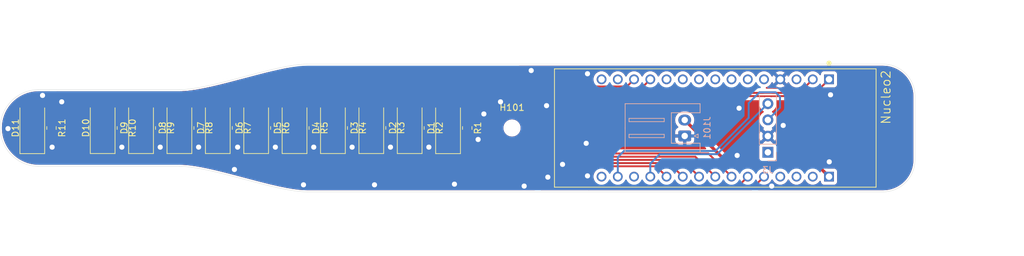
<source format=kicad_pcb>
(kicad_pcb (version 20241229) (generator "pcbnew") (generator_version "9.0")
  (layers (0 "F.Cu" signal) (2 "B.Cu" signal) (13 "F.Paste" user) (15 "B.Paste" user) (5 "F.SilkS" user "F.Silkscreen") (7 "B.SilkS" user "B.Silkscreen") (1 "F.Mask" user) (3 "B.Mask" user) (25 "Edge.Cuts" user))
  (net 0 "")
  (net 1 "Net-(D1-A)")
  (net 2 "GND")
  (net 3 "Net-(D2-A)")
  (net 4 "Net-(D3-A)")
  (net 5 "Net-(D4-A)")
  (net 6 "Net-(D5-A)")
  (net 7 "Net-(D6-A)")
  (net 8 "Net-(D7-A)")
  (net 9 "Net-(D8-A)")
  (net 10 "Net-(D9-A)")
  (net 11 "Net-(D10-A)")
  (net 12 "Net-(D11-A)")
  (net 13 "LED 1")
  (net 14 "LED 2")
  (net 15 "LED 3")
  (net 16 "LED 4")
  (net 17 "LED 5")
  (net 18 "LED 6")
  (net 19 "LED 7")
  (net 20 "LED 8")
  (net 21 "LED 9")
  (net 22 "LED 10")
  (net 23 "LED 11")
  (net 25 "DO")
  (net 26 "Alim Hall")
  (net 41 "+7.5V")
  (footprint "LED_SMD:LED_2512_6332Metric_Pad1.52x3.35mm_HandSolder" (layer "F.Cu") (at 114 69.9875 90)
    (property "Reference" "D2" (at 0 -2.63 90) (layer "F.SilkS"))
    (property "Value" "LED")
    (pad "1" smd roundrect (at -2.9875 0 90) (size 1.525 3.35) (layers "F.Cu" "F.Mask" "F.Paste") (roundrect_rratio 0.163934) (net 2 "GND"))
    (pad "2" smd roundrect (at 2.9875 0 90) (size 1.525 3.35) (layers "F.Cu" "F.Mask" "F.Paste") (roundrect_rratio 0.163934) (net 3 "Net-(D2-A)"))
  )
  (footprint "LED_SMD:LED_2512_6332Metric_Pad1.52x3.35mm_HandSolder" (layer "F.Cu") (at 102 69.9875 90)
    (property "Reference" "D4" (at 0 -2.63 90) (layer "F.SilkS"))
    (property "Value" "LED")
    (pad "1" smd roundrect (at -2.9875 0 90) (size 1.525 3.35) (layers "F.Cu" "F.Mask" "F.Paste") (roundrect_rratio 0.163934) (net 2 "GND"))
    (pad "2" smd roundrect (at 2.9875 0 90) (size 1.525 3.35) (layers "F.Cu" "F.Mask" "F.Paste") (roundrect_rratio 0.163934) (net 5 "Net-(D4-A)"))
  )
  (footprint "LED_SMD:LED_2512_6332Metric_Pad1.52x3.35mm_HandSolder" (layer "F.Cu") (at 66 69.9875 90)
    (property "Reference" "D10" (at 0 -2.63 90) (layer "F.SilkS"))
    (property "Value" "LED")
    (pad "1" smd roundrect (at -2.9875 0 90) (size 1.525 3.35) (layers "F.Cu" "F.Mask" "F.Paste") (roundrect_rratio 0.163934) (net 2 "GND"))
    (pad "2" smd roundrect (at 2.9875 0 90) (size 1.525 3.35) (layers "F.Cu" "F.Mask" "F.Paste") (roundrect_rratio 0.163934) (net 11 "Net-(D10-A)"))
  )
  (footprint "LED_SMD:LED_2512_6332Metric_Pad1.52x3.35mm_HandSolder" (layer "F.Cu") (at 84 69.9875 90)
    (property "Reference" "D7" (at 0 -2.63 90) (layer "F.SilkS"))
    (property "Value" "LED")
    (pad "1" smd roundrect (at -2.9875 0 90) (size 1.525 3.35) (layers "F.Cu" "F.Mask" "F.Paste") (roundrect_rratio 0.163934) (net 2 "GND"))
    (pad "2" smd roundrect (at 2.9875 0 90) (size 1.525 3.35) (layers "F.Cu" "F.Mask" "F.Paste") (roundrect_rratio 0.163934) (net 8 "Net-(D7-A)"))
  )
  (footprint "LED_SMD:LED_2512_6332Metric_Pad1.52x3.35mm_HandSolder" (layer "F.Cu") (at 78 69.9875 90)
    (property "Reference" "D8" (at 0 -2.63 90) (layer "F.SilkS"))
    (property "Value" "LED")
    (pad "1" smd roundrect (at -2.9875 0 90) (size 1.525 3.35) (layers "F.Cu" "F.Mask" "F.Paste") (roundrect_rratio 0.163934) (net 2 "GND"))
    (pad "2" smd roundrect (at 2.9875 0 90) (size 1.525 3.35) (layers "F.Cu" "F.Mask" "F.Paste") (roundrect_rratio 0.163934) (net 9 "Net-(D8-A)"))
  )
  (footprint "LED_SMD:LED_2512_6332Metric_Pad1.52x3.35mm_HandSolder" (layer "F.Cu") (at 120 70 90)
    (property "Reference" "D1" (at 0 -2.63 90) (layer "F.SilkS"))
    (property "Value" "LED")
    (pad "1" smd roundrect (at -2.9875 0 90) (size 1.525 3.35) (layers "F.Cu" "F.Mask" "F.Paste") (roundrect_rratio 0.163934) (net 2 "GND"))
    (pad "2" smd roundrect (at 2.9875 0 90) (size 1.525 3.35) (layers "F.Cu" "F.Mask" "F.Paste") (roundrect_rratio 0.163934) (net 1 "Net-(D1-A)"))
  )
  (footprint "Resistor_SMD:R_0805_2012Metric_Pad1.20x1.40mm_HandSolder" (layer "F.Cu") (at 69 70 -90)
    (property "Reference" "R10" (at 0 -1.65 90) (layer "F.SilkS"))
    (property "Value" "220")
    (pad "1" smd roundrect (at -1 0 270) (size 1.2 1.4) (layers "F.Cu" "F.Mask" "F.Paste") (roundrect_rratio 0.208333) (net 22 "LED 10"))
    (pad "2" smd roundrect (at 1 0 270) (size 1.2 1.4) (layers "F.Cu" "F.Mask" "F.Paste") (roundrect_rratio 0.208333) (net 11 "Net-(D10-A)"))
  )
  (footprint "LED_SMD:LED_2512_6332Metric_Pad1.52x3.35mm_HandSolder" (layer "F.Cu") (at 108 69.9875 90)
    (property "Reference" "D3" (at 0 -2.63 90) (layer "F.SilkS"))
    (property "Value" "LED")
    (pad "1" smd roundrect (at -2.9875 0 90) (size 1.525 3.35) (layers "F.Cu" "F.Mask" "F.Paste") (roundrect_rratio 0.163934) (net 2 "GND"))
    (pad "2" smd roundrect (at 2.9875 0 90) (size 1.525 3.35) (layers "F.Cu" "F.Mask" "F.Paste") (roundrect_rratio 0.163934) (net 4 "Net-(D3-A)"))
  )
  (footprint "Resistor_SMD:R_0805_2012Metric_Pad1.20x1.40mm_HandSolder" (layer "F.Cu") (at 99 70 -90)
    (property "Reference" "R5" (at 0 -1.65 90) (layer "F.SilkS"))
    (property "Value" "220")
    (pad "1" smd roundrect (at -1 0 270) (size 1.2 1.4) (layers "F.Cu" "F.Mask" "F.Paste") (roundrect_rratio 0.208333) (net 17 "LED 5"))
    (pad "2" smd roundrect (at 1 0 270) (size 1.2 1.4) (layers "F.Cu" "F.Mask" "F.Paste") (roundrect_rratio 0.208333) (net 6 "Net-(D5-A)"))
  )
  (footprint "Resistor_SMD:R_0805_2012Metric_Pad1.20x1.40mm_HandSolder" (layer "F.Cu") (at 93 70 -90)
    (property "Reference" "R6" (at 0 -1.65 90) (layer "F.SilkS"))
    (property "Value" "220")
    (pad "1" smd roundrect (at -1 0 270) (size 1.2 1.4) (layers "F.Cu" "F.Mask" "F.Paste") (roundrect_rratio 0.208333) (net 18 "LED 6"))
    (pad "2" smd roundrect (at 1 0 270) (size 1.2 1.4) (layers "F.Cu" "F.Mask" "F.Paste") (roundrect_rratio 0.208333) (net 7 "Net-(D6-A)"))
  )
  (footprint "Resistor_SMD:R_0805_2012Metric_Pad1.20x1.40mm_HandSolder" (layer "F.Cu") (at 123 70 -90)
    (property "Reference" "R1" (at 0 -1.65 90) (layer "F.SilkS"))
    (property "Value" "220")
    (pad "1" smd roundrect (at -1 0 270) (size 1.2 1.4) (layers "F.Cu" "F.Mask" "F.Paste") (roundrect_rratio 0.208333) (net 13 "LED 1"))
    (pad "2" smd roundrect (at 1 0 270) (size 1.2 1.4) (layers "F.Cu" "F.Mask" "F.Paste") (roundrect_rratio 0.208333) (net 1 "Net-(D1-A)"))
  )
  (footprint "Resistor_SMD:R_0805_2012Metric_Pad1.20x1.40mm_HandSolder" (layer "F.Cu") (at 58 70 -90)
    (property "Reference" "R11" (at 0 -1.65 90) (layer "F.SilkS"))
    (property "Value" "220")
    (pad "1" smd roundrect (at -1 0 270) (size 1.2 1.4) (layers "F.Cu" "F.Mask" "F.Paste") (roundrect_rratio 0.208333) (net 23 "LED 11"))
    (pad "2" smd roundrect (at 1 0 270) (size 1.2 1.4) (layers "F.Cu" "F.Mask" "F.Paste") (roundrect_rratio 0.208333) (net 12 "Net-(D11-A)"))
  )
  (footprint "Resistor_SMD:R_0805_2012Metric_Pad1.20x1.40mm_HandSolder" (layer "F.Cu") (at 105 70 -90)
    (property "Reference" "R4" (at 0 -1.65 90) (layer "F.SilkS"))
    (property "Value" "220")
    (pad "1" smd roundrect (at -1 0 270) (size 1.2 1.4) (layers "F.Cu" "F.Mask" "F.Paste") (roundrect_rratio 0.208333) (net 16 "LED 4"))
    (pad "2" smd roundrect (at 1 0 270) (size 1.2 1.4) (layers "F.Cu" "F.Mask" "F.Paste") (roundrect_rratio 0.208333) (net 5 "Net-(D4-A)"))
  )
  (footprint "Resistor_SMD:R_0805_2012Metric_Pad1.20x1.40mm_HandSolder" (layer "F.Cu") (at 75 70 -90)
    (property "Reference" "R9" (at 0 -1.65 90) (layer "F.SilkS"))
    (property "Value" "220")
    (pad "1" smd roundrect (at -1 0 270) (size 1.2 1.4) (layers "F.Cu" "F.Mask" "F.Paste") (roundrect_rratio 0.208333) (net 21 "LED 9"))
    (pad "2" smd roundrect (at 1 0 270) (size 1.2 1.4) (layers "F.Cu" "F.Mask" "F.Paste") (roundrect_rratio 0.208333) (net 10 "Net-(D9-A)"))
  )
  (footprint "MountingHole:MountingHole_2.2mm_M2" (layer "F.Cu") (at 130 70)
    (property "Reference" "H101" (at 0 -3.2 0) (layer "F.SilkS"))
    (property "Value" "MountingHole")
    (pad "" np_thru_hole circle (at 0 0) (size 2.2 2.2) (drill 2.2) (layers "*.Cu" "*.Mask"))
  )
  (footprint "Resistor_SMD:R_0805_2012Metric_Pad1.20x1.40mm_HandSolder" (layer "F.Cu") (at 111 69.9875 -90)
    (property "Reference" "R3" (at 0 -1.65 90) (layer "F.SilkS"))
    (property "Value" "220")
    (pad "1" smd roundrect (at -1 0 270) (size 1.2 1.4) (layers "F.Cu" "F.Mask" "F.Paste") (roundrect_rratio 0.208333) (net 15 "LED 3"))
    (pad "2" smd roundrect (at 1 0 270) (size 1.2 1.4) (layers "F.Cu" "F.Mask" "F.Paste") (roundrect_rratio 0.208333) (net 4 "Net-(D3-A)"))
  )
  (footprint "LED_SMD:LED_2512_6332Metric_Pad1.52x3.35mm_HandSolder" (layer "F.Cu") (at 72 69.9875 90)
    (property "Reference" "D9" (at 0 -2.63 90) (layer "F.SilkS"))
    (property "Value" "LED")
    (pad "1" smd roundrect (at -2.9875 0 90) (size 1.525 3.35) (layers "F.Cu" "F.Mask" "F.Paste") (roundrect_rratio 0.163934) (net 2 "GND"))
    (pad "2" smd roundrect (at 2.9875 0 90) (size 1.525 3.35) (layers "F.Cu" "F.Mask" "F.Paste") (roundrect_rratio 0.163934) (net 10 "Net-(D9-A)"))
  )
  (footprint "LED_SMD:LED_2512_6332Metric_Pad1.52x3.35mm_HandSolder" (layer "F.Cu") (at 55 70 90)
    (property "Reference" "D11" (at 0 -2.63 90) (layer "F.SilkS"))
    (property "Value" "LED")
    (pad "1" smd roundrect (at -2.9875 0 90) (size 1.525 3.35) (layers "F.Cu" "F.Mask" "F.Paste") (roundrect_rratio 0.163934) (net 2 "GND"))
    (pad "2" smd roundrect (at 2.9875 0 90) (size 1.525 3.35) (layers "F.Cu" "F.Mask" "F.Paste") (roundrect_rratio 0.163934) (net 12 "Net-(D11-A)"))
  )
  (footprint "Resistor_SMD:R_0805_2012Metric_Pad1.20x1.40mm_HandSolder" (layer "F.Cu") (at 117 70 -90)
    (property "Reference" "R2" (at 0 -1.65 90) (layer "F.SilkS"))
    (property "Value" "220")
    (pad "1" smd roundrect (at -1 0 270) (size 1.2 1.4) (layers "F.Cu" "F.Mask" "F.Paste") (roundrect_rratio 0.208333) (net 14 "LED 2"))
    (pad "2" smd roundrect (at 1 0 270) (size 1.2 1.4) (layers "F.Cu" "F.Mask" "F.Paste") (roundrect_rratio 0.208333) (net 3 "Net-(D2-A)"))
  )
  (footprint "LED_SMD:LED_2512_6332Metric_Pad1.52x3.35mm_HandSolder" (layer "F.Cu") (at 90 69.9875 90)
    (property "Reference" "D6" (at 0 -2.63 90) (layer "F.SilkS"))
    (property "Value" "LED")
    (pad "1" smd roundrect (at -2.9875 0 90) (size 1.525 3.35) (layers "F.Cu" "F.Mask" "F.Paste") (roundrect_rratio 0.163934) (net 2 "GND"))
    (pad "2" smd roundrect (at 2.9875 0 90) (size 1.525 3.35) (layers "F.Cu" "F.Mask" "F.Paste") (roundrect_rratio 0.163934) (net 7 "Net-(D6-A)"))
  )
  (footprint "Resistor_SMD:R_0805_2012Metric_Pad1.20x1.40mm_HandSolder" (layer "F.Cu") (at 81 70 -90)
    (property "Reference" "R8" (at 0 -1.65 90) (layer "F.SilkS"))
    (property "Value" "220")
    (pad "1" smd roundrect (at -1 0 270) (size 1.2 1.4) (layers "F.Cu" "F.Mask" "F.Paste") (roundrect_rratio 0.208333) (net 20 "LED 8"))
    (pad "2" smd roundrect (at 1 0 270) (size 1.2 1.4) (layers "F.Cu" "F.Mask" "F.Paste") (roundrect_rratio 0.208333) (net 9 "Net-(D8-A)"))
  )
  (footprint "LED_SMD:LED_2512_6332Metric_Pad1.52x3.35mm_HandSolder" (layer "F.Cu") (at 96 69.9875 90)
    (property "Reference" "D5" (at 0 -2.63 90) (layer "F.SilkS"))
    (property "Value" "LED")
    (pad "1" smd roundrect (at -2.9875 0 90) (size 1.525 3.35) (layers "F.Cu" "F.Mask" "F.Paste") (roundrect_rratio 0.163934) (net 2 "GND"))
    (pad "2" smd roundrect (at 2.9875 0 90) (size 1.525 3.35) (layers "F.Cu" "F.Mask" "F.Paste") (roundrect_rratio 0.163934) (net 6 "Net-(D5-A)"))
  )
  (footprint "Maker_librairy:MODULE_NUCLEO-F303K8" (layer "F.Cu") (at 161.78 70 -90)
    (property "Reference" "Nucleo2" (at -4.81314 -26.68421 90) (layer "F.SilkS") (effects (font (size 1.402378 1.402378))))
    (property "Value" "~")
    (pad "3_1" thru_hole rect (at -7.62 -17.78 270) (size 1.53 1.53) (drill 1.02) (layers "*.Cu" "*.Mask") (net 20 "LED 8"))
    (pad "3_2" thru_hole circle (at -7.62 -15.24 270) (size 1.53 1.53) (drill 1.02) (layers "*.Cu" "*.Mask") (net 21 "LED 9"))
    (pad "3_3" thru_hole circle (at -7.62 -12.7 270) (size 1.53 1.53) (drill 1.02) (layers "*.Cu" "*.Mask"))
    (pad "3_4" thru_hole circle (at -7.62 -10.16 270) (size 1.53 1.53) (drill 1.02) (layers "*.Cu" "*.Mask") (net 2 "GND"))
    (pad "3_5" thru_hole circle (at -7.62 -7.62 270) (size 1.53 1.53) (drill 1.02) (layers "*.Cu" "*.Mask"))
    (pad "3_6" thru_hole circle (at -7.62 -5.08 270) (size 1.53 1.53) (drill 1.02) (layers "*.Cu" "*.Mask"))
    (pad "3_7" thru_hole circle (at -7.62 -2.54 270) (size 1.53 1.53) (drill 1.02) (layers "*.Cu" "*.Mask"))
    (pad "3_8" thru_hole circle (at -7.62 0 270) (size 1.53 1.53) (drill 1.02) (layers "*.Cu" "*.Mask"))
    (pad "3_9" thru_hole circle (at -7.62 2.54 270) (size 1.53 1.53) (drill 1.02) (layers "*.Cu" "*.Mask"))
    (pad "3_10" thru_hole circle (at -7.62 5.08 270) (size 1.53 1.53) (drill 1.02) (layers "*.Cu" "*.Mask"))
    (pad "3_11" thru_hole circle (at -7.62 7.62 270) (size 1.53 1.53) (drill 1.02) (layers "*.Cu" "*.Mask"))
    (pad "3_12" thru_hole circle (at -7.62 10.16 270) (size 1.53 1.53) (drill 1.02) (layers "*.Cu" "*.Mask") (net 22 "LED 10"))
    (pad "3_13" thru_hole circle (at -7.62 12.7 270) (size 1.53 1.53) (drill 1.02) (layers "*.Cu" "*.Mask") (net 23 "LED 11"))
    (pad "3_14" thru_hole circle (at -7.62 15.24 270) (size 1.53 1.53) (drill 1.02) (layers "*.Cu" "*.Mask"))
    (pad "3_15" thru_hole circle (at -7.62 17.78 270) (size 1.53 1.53) (drill 1.02) (layers "*.Cu" "*.Mask"))
    (pad "4_1" thru_hole rect (at 7.62 -17.78 270) (size 1.53 1.53) (drill 1.02) (layers "*.Cu" "*.Mask") (net 41 "+7.5V"))
    (pad "4_2" thru_hole circle (at 7.62 -15.24 270) (size 1.53 1.53) (drill 1.02) (layers "*.Cu" "*.Mask"))
    (pad "4_3" thru_hole circle (at 7.62 -12.7 270) (size 1.53 1.53) (drill 1.02) (layers "*.Cu" "*.Mask"))
    (pad "4_4" thru_hole circle (at 7.62 -10.16 270) (size 1.53 1.53) (drill 1.02) (layers "*.Cu" "*.Mask"))
    (pad "4_5" thru_hole circle (at 7.62 -7.62 270) (size 1.53 1.53) (drill 1.02) (layers "*.Cu" "*.Mask") (net 13 "LED 1"))
    (pad "4_6" thru_hole circle (at 7.62 -5.08 270) (size 1.53 1.53) (drill 1.02) (layers "*.Cu" "*.Mask") (net 14 "LED 2"))
    (pad "4_7" thru_hole circle (at 7.62 -2.54 270) (size 1.53 1.53) (drill 1.02) (layers "*.Cu" "*.Mask") (net 19 "LED 7"))
    (pad "4_8" thru_hole circle (at 7.62 0 270) (size 1.53 1.53) (drill 1.02) (layers "*.Cu" "*.Mask") (net 18 "LED 6"))
    (pad "4_9" thru_hole circle (at 7.62 2.54 270) (size 1.53 1.53) (drill 1.02) (layers "*.Cu" "*.Mask") (net 17 "LED 5"))
    (pad "4_10" thru_hole circle (at 7.62 5.08 270) (size 1.53 1.53) (drill 1.02) (layers "*.Cu" "*.Mask") (net 16 "LED 4"))
    (pad "4_11" thru_hole circle (at 7.62 7.62 270) (size 1.53 1.53) (drill 1.02) (layers "*.Cu" "*.Mask") (net 15 "LED 3"))
    (pad "4_12" thru_hole circle (at 7.62 10.16 270) (size 1.53 1.53) (drill 1.02) (layers "*.Cu" "*.Mask") (net 25 "DO"))
    (pad "4_13" thru_hole circle (at 7.62 12.7 270) (size 1.53 1.53) (drill 1.02) (layers "*.Cu" "*.Mask"))
    (pad "4_14" thru_hole circle (at 7.62 15.24 270) (size 1.53 1.53) (drill 1.02) (layers "*.Cu" "*.Mask") (net 26 "Alim Hall"))
    (pad "4_15" thru_hole circle (at 7.62 17.78 270) (size 1.53 1.53) (drill 1.02) (layers "*.Cu" "*.Mask"))
  )
  (footprint "Resistor_SMD:R_0805_2012Metric_Pad1.20x1.40mm_HandSolder" (layer "F.Cu") (at 87 69.9875 -90)
    (property "Reference" "R7" (at 0 -1.65 90) (layer "F.SilkS"))
    (property "Value" "220")
    (pad "1" smd roundrect (at -1 0 270) (size 1.2 1.4) (layers "F.Cu" "F.Mask" "F.Paste") (roundrect_rratio 0.208333) (net 19 "LED 7"))
    (pad "2" smd roundrect (at 1 0 270) (size 1.2 1.4) (layers "F.Cu" "F.Mask" "F.Paste") (roundrect_rratio 0.208333) (net 8 "Net-(D7-A)"))
  )
  (footprint "Connector_JST:JST_XH_S2B-XH-A_1x02_P2.50mm_Horizontal" (layer "B.Cu") (at 157 71.25 90)
    (property "Reference" "J101" (at 1.25 3.51 90) (layer "B.SilkS") (effects (justify mirror)))
    (property "Value" "Conn_01x02")
    (pad "1" thru_hole roundrect (at 0 0 90) (size 1.7 2) (drill 1) (layers "*.Cu" "*.Mask") (roundrect_rratio 0.147059) (net 2 "GND"))
    (pad "2" thru_hole oval (at 2.5 0 90) (size 1.7 2) (drill 1) (layers "*.Cu" "*.Mask") (net 41 "+7.5V"))
  )
  (footprint "Connector_PinSocket_2.54mm:PinSocket_1x04_P2.54mm_Vertical" (layer "B.Cu") (at 170 73.81)
    (property "Reference" "J3" (at 0 2.77 0) (layer "B.SilkS") (effects (justify mirror)))
    (property "Value" "Conn_01x04_Socket")
    (pad "1" thru_hole rect (at 0 0) (size 1.7 1.7) (drill 1) (layers "*.Cu" "*.Mask"))
    (pad "2" thru_hole circle (at 0 -2.54) (size 1.7 1.7) (drill 1) (layers "*.Cu" "*.Mask") (net 2 "GND"))
    (pad "3" thru_hole circle (at 0 -5.08) (size 1.7 1.7) (drill 1) (layers "*.Cu" "*.Mask") (net 26 "Alim Hall"))
    (pad "4" thru_hole circle (at 0 -7.62) (size 1.7 1.7) (drill 1) (layers "*.Cu" "*.Mask") (net 25 "DO"))
  )
  (gr_arc (start 56 76) (mid 50 70) (end 56 64) (stroke (width 0.05)) (layer "Edge.Cuts"))
  (gr_arc (start 193 75) (mid 191.535534 78.535534) (end 188 80) (stroke (width 0.05)) (layer "Edge.Cuts"))
  (gr_line (start 188 80) (end 98 80) (stroke (width 0.05)) (layer "Edge.Cuts"))
  (gr_curve (pts (xy 98 80) (xy 93 80) (xy 83 76) (xy 78 76)) (stroke (width 0.05)) (layer "Edge.Cuts"))
  (gr_curve (pts (xy 98 60) (xy 93 60) (xy 83 64) (xy 78 64)) (stroke (width 0.05)) (layer "Edge.Cuts"))
  (gr_line (start 56 64) (end 78 64) (stroke (width 0.05)) (layer "Edge.Cuts"))
  (gr_line (start 188 60.000001) (end 98 60) (stroke (width 0.05)) (layer "Edge.Cuts"))
  (gr_line (start 56 76) (end 78 76) (stroke (width 0.05)) (layer "Edge.Cuts"))
  (gr_arc (start 188 60) (mid 191.535534 61.464466) (end 193 65) (stroke (width 0.05)) (layer "Edge.Cuts"))
  (gr_line (start 193 65) (end 193 75) (stroke (width 0.05)) (layer "Edge.Cuts"))
  (segment (start 120 68) (end 120 67.0125) (width 0.3) (layer "F.Cu") (net 1))
  (segment (start 123 71) (end 120 68) (width 0.3) (layer "F.Cu") (net 1))
  (via (at 75 73) (size 1.2) (drill 0.8) (layers "F.Cu" "B.Cu") (net 2))
  (via (at 51.2 70.1) (size 1.2) (drill 0.8) (layers "F.Cu" "B.Cu") (net 2))
  (via (at 165.5 66.9) (size 1.2) (drill 0.8) (layers "F.Cu" "B.Cu") (net 2))
  (via (at 93 73) (size 1.2) (drill 0.8) (layers "F.Cu" "B.Cu") (net 2))
  (via (at 141.8 61.5) (size 1.2) (drill 0.8) (layers "F.Cu" "B.Cu") (net 2))
  (via (at 97.4 78.9) (size 1.2) (drill 0.8) (layers "F.Cu" "B.Cu") (net 2))
  (via (at 81 73) (size 1.2) (drill 0.8) (layers "F.Cu" "B.Cu") (net 2))
  (via (at 58.1 73) (size 1.2) (drill 0.8) (layers "F.Cu" "B.Cu") (net 2))
  (via (at 131.9 79.1) (size 1.2) (drill 0.8) (layers "F.Cu" "B.Cu") (net 2))
  (via (at 69 73) (size 1.2) (drill 0.8) (layers "F.Cu" "B.Cu") (net 2))
  (via (at 56.6 64.9) (size 1.2) (drill 0.8) (layers "F.Cu" "B.Cu") (net 2))
  (via (at 135.4 66.5) (size 1.2) (drill 0.8) (layers "F.Cu" "B.Cu") (net 2))
  (via (at 125.6 67.8) (size 1.2) (drill 0.8) (layers "F.Cu" "B.Cu") (net 2))
  (via (at 179.6 75.3) (size 1.2) (drill 0.8) (layers "F.Cu" "B.Cu") (net 2))
  (via (at 179.8 64.8) (size 1.2) (drill 0.8) (layers "F.Cu" "B.Cu") (net 2))
  (via (at 99 73) (size 1.2) (drill 0.8) (layers "F.Cu" "B.Cu") (net 2))
  (via (at 105 73) (size 1.2) (drill 0.8) (layers "F.Cu" "B.Cu") (net 2))
  (via (at 87.1 73) (size 1.2) (drill 0.8) (layers "F.Cu" "B.Cu") (net 2))
  (via (at 137.9 75.7) (size 1.2) (drill 0.8) (layers "F.Cu" "B.Cu") (net 2))
  (via (at 59.6 65.9) (size 1.2) (drill 0.8) (layers "F.Cu" "B.Cu") (net 2))
  (via (at 135.6 77.7) (size 1.2) (drill 0.8) (layers "F.Cu" "B.Cu") (net 2))
  (via (at 165.2 74.3) (size 1.2) (drill 0.8) (layers "F.Cu" "B.Cu") (net 2))
  (via (at 170.6 79.1) (size 1.2) (drill 0.8) (layers "F.Cu" "B.Cu") (net 2))
  (via (at 128.2 65.9) (size 1.2) (drill 0.8) (layers "F.Cu" "B.Cu") (net 2))
  (via (at 86.6 76.5) (size 1.2) (drill 0.8) (layers "F.Cu" "B.Cu") (net 2))
  (via (at 117 73) (size 1.2) (drill 0.8) (layers "F.Cu" "B.Cu") (net 2))
  (via (at 141.8 77.5) (size 1.2) (drill 0.8) (layers "F.Cu" "B.Cu") (net 2))
  (via (at 111 73) (size 1.2) (drill 0.8) (layers "F.Cu" "B.Cu") (net 2))
  (via (at 124.7 71.8) (size 1.2) (drill 0.8) (layers "F.Cu" "B.Cu") (net 2))
  (via (at 141.6 72.4) (size 1.2) (drill 0.8) (layers "F.Cu" "B.Cu") (net 2))
  (via (at 121 78.8) (size 1.2) (drill 0.8) (layers "F.Cu" "B.Cu") (net 2))
  (via (at 108.5 78.9) (size 1.2) (drill 0.8) (layers "F.Cu" "B.Cu") (net 2))
  (via (at 133 61) (size 1.2) (drill 0.8) (layers "F.Cu" "B.Cu") (net 2))
  (via (at 172.4 69.6) (size 1.2) (drill 0.8) (layers "F.Cu" "B.Cu") (net 2))
  (segment (start 114 68) (end 114 67) (width 0.3) (layer "F.Cu") (net 3))
  (segment (start 117 71) (end 114 68) (width 0.3) (layer "F.Cu") (net 3))
  (segment (start 108 67.9875) (end 108 67) (width 0.3) (layer "F.Cu") (net 4))
  (segment (start 111 70.9875) (end 108 67.9875) (width 0.3) (layer "F.Cu") (net 4))
  (segment (start 102 68) (end 102 67) (width 0.3) (layer "F.Cu") (net 5))
  (segment (start 105 71) (end 102 68) (width 0.3) (layer "F.Cu") (net 5))
  (segment (start 96 68) (end 96 67) (width 0.3) (layer "F.Cu") (net 6))
  (segment (start 99 71) (end 96 68) (width 0.3) (layer "F.Cu") (net 6))
  (segment (start 93 71) (end 90 68) (width 0.3) (layer "F.Cu") (net 7))
  (segment (start 90 68) (end 90 67) (width 0.3) (layer "F.Cu") (net 7))
  (segment (start 84 67.9875) (end 84 67) (width 0.3) (layer "F.Cu") (net 8))
  (segment (start 87 70.9875) (end 84 67.9875) (width 0.3) (layer "F.Cu") (net 8))
  (segment (start 81 71) (end 78 68) (width 0.3) (layer "F.Cu") (net 9))
  (segment (start 78 68) (end 78 67) (width 0.3) (layer "F.Cu") (net 9))
  (segment (start 75 71) (end 72 68) (width 0.3) (layer "F.Cu") (net 10))
  (segment (start 72 68) (end 72 67) (width 0.3) (layer "F.Cu") (net 10))
  (segment (start 69 71) (end 66 68) (width 0.3) (layer "F.Cu") (net 11))
  (segment (start 66 68) (end 66 67) (width 0.3) (layer "F.Cu") (net 11))
  (segment (start 55 68) (end 55 67.0125) (width 0.3) (layer "F.Cu") (net 12))
  (segment (start 58 71) (end 55 68) (width 0.3) (layer "F.Cu") (net 12))
  (segment (start 169.4 77.62) (end 167.421026 79.598974) (width 0.3) (layer "F.Cu") (net 13))
  (segment (start 167.421026 79.598974) (end 142 79.598985) (width 0.3) (layer "F.Cu") (net 13))
  (segment (start 134.598985 79.598985) (end 124 69) (width 0.3) (layer "F.Cu") (net 13))
  (segment (start 142 79.598985) (end 134.598985 79.598985) (width 0.3) (layer "F.Cu") (net 13))
  (segment (start 124 69) (end 123 69) (width 0.3) (layer "F.Cu") (net 13))
  (segment (start 124.2 66) (end 123.4 65.2) (width 0.3) (layer "F.Cu") (net 14))
  (segment (start 124.2 68.49148) (end 124.2 66) (width 0.3) (layer "F.Cu") (net 14))
  (segment (start 166.86 77.62) (end 165.382025 79.097975) (width 0.3) (layer "F.Cu") (net 14))
  (segment (start 143 79.097984) (end 134.806504 79.097984) (width 0.3) (layer "F.Cu") (net 14))
  (segment (start 123.4 65.2) (end 117.6 65.2) (width 0.3) (layer "F.Cu") (net 14))
  (segment (start 117.6 65.2) (end 117 65.8) (width 0.3) (layer "F.Cu") (net 14))
  (segment (start 165.382025 79.097975) (end 143 79.097984) (width 0.3) (layer "F.Cu") (net 14))
  (segment (start 134.806504 79.097984) (end 124.2 68.49148) (width 0.3) (layer "F.Cu") (net 14))
  (segment (start 117 65.8) (end 117 69) (width 0.3) (layer "F.Cu") (net 14))
  (segment (start 111 65.6) (end 111 68.9875) (width 0.3) (layer "F.Cu") (net 15))
  (segment (start 152.54 76) (end 140 76) (width 0.3) (layer "F.Cu") (net 15))
  (segment (start 140 76) (end 128.699 64.699) (width 0.3) (layer "F.Cu") (net 15))
  (segment (start 154.16 77.62) (end 152.54 76) (width 0.3) (layer "F.Cu") (net 15))
  (segment (start 128.699 64.699) (end 111.901 64.699) (width 0.3) (layer "F.Cu") (net 15))
  (segment (start 111.901 64.699) (end 111 65.6) (width 0.3) (layer "F.Cu") (net 15))
  (segment (start 106.002 64.198) (end 105 65.2) (width 0.3) (layer "F.Cu") (net 16))
  (segment (start 128.90652 64.198) (end 106.002 64.198) (width 0.3) (layer "F.Cu") (net 16))
  (segment (start 105 65.2) (end 105 69) (width 0.3) (layer "F.Cu") (net 16))
  (segment (start 140.20752 75.499) (end 128.90652 64.198) (width 0.3) (layer "F.Cu") (net 16))
  (segment (start 154.579 75.499) (end 140.20752 75.499) (width 0.3) (layer "F.Cu") (net 16))
  (segment (start 156.7 77.62) (end 154.579 75.499) (width 0.3) (layer "F.Cu") (net 16))
  (segment (start 99 64.4) (end 99 69) (width 0.3) (layer "F.Cu") (net 17))
  (segment (start 156.618 74.998) (end 140.41504 74.998) (width 0.3) (layer "F.Cu") (net 17))
  (segment (start 140.41504 74.998) (end 129.11404 63.697) (width 0.3) (layer "F.Cu") (net 17))
  (segment (start 129.11404 63.697) (end 99.703 63.697) (width 0.3) (layer "F.Cu") (net 17))
  (segment (start 99.703 63.697) (end 99 64.4) (width 0.3) (layer "F.Cu") (net 17))
  (segment (start 159.24 77.62) (end 156.618 74.998) (width 0.3) (layer "F.Cu") (net 17))
  (segment (start 95.62052 63.209954) (end 95.610037 63.211617) (width 0.3) (layer "F.Cu") (net 18))
  (segment (start 94.878685 63.327615) (end 94.878669 63.327618) (width 0.3) (layer "F.Cu") (net 18))
  (segment (start 129.32156 63.196) (end 95.970541 63.196) (width 0.3) (layer "F.Cu") (net 18))
  (segment (start 95.970541 63.196) (end 95.956586 63.209954) (width 0.3) (layer "F.Cu") (net 18))
  (segment (start 93.352936 63.647064) (end 93 64) (width 0.3) (layer "F.Cu") (net 18))
  (segment (start 95.044643 63.301303) (end 94.8787 63.327626) (width 0.3) (layer "F.Cu") (net 18))
  (segment (start 93 64) (end 93 69) (width 0.3) (layer "F.Cu") (net 18))
  (segment (start 140.62256 74.497) (end 129.32156 63.196) (width 0.3) (layer "F.Cu") (net 18))
  (segment (start 94.878669 63.327618) (end 94.8543 63.309921) (width 0.3) (layer "F.Cu") (net 18))
  (segment (start 95.239014 63.274977) (end 95.212688 63.301303) (width 0.3) (layer "F.Cu") (net 18))
  (segment (start 94.8543 63.309921) (end 93.352936 63.647064) (width 0.3) (layer "F.Cu") (net 18))
  (segment (start 95.610037 63.211617) (end 95.546676 63.274977) (width 0.3) (layer "F.Cu") (net 18))
  (segment (start 94.8787 63.327626) (end 94.878685 63.327615) (width 0.3) (layer "F.Cu") (net 18))
  (segment (start 95.546676 63.274977) (end 95.239014 63.274977) (width 0.3) (layer "F.Cu") (net 18))
  (segment (start 95.956586 63.209954) (end 95.62052 63.209954) (width 0.3) (layer "F.Cu") (net 18))
  (segment (start 158.657 74.497) (end 140.62256 74.497) (width 0.3) (layer "F.Cu") (net 18))
  (segment (start 161.78 77.62) (end 158.657 74.497) (width 0.3) (layer "F.Cu") (net 18))
  (segment (start 95.212688 63.301303) (end 95.044643 63.301303) (width 0.3) (layer "F.Cu") (net 18))
  (segment (start 88.536723 64.411256) (end 88.587703 64.411256) (width 0.3) (layer "F.Cu") (net 19))
  (segment (start 88.757972 64.292356) (end 88.827033 64.274378) (width 0.3) (layer "F.Cu") (net 19))
  (segment (start 88.827729 64.273191) (end 92.180765 63.396808) (width 0.3) (layer "F.Cu") (net 19))
  (segment (start 88.111706 64.548137) (end 88.348941 64.548137) (width 0.3) (layer "F.Cu") (net 19))
  (segment (start 95.171118 62.773977) (end 95.339156 62.773977) (width 0.3) (layer "F.Cu") (net 19))
  (segment (start 95.370836 62.742297) (end 95.58103 62.708954) (width 0.3) (layer "F.Cu") (net 19))
  (segment (start 87.63192 64.66808) (end 87.746272 64.66808) (width 0.3) (layer "F.Cu") (net 19))
  (segment (start 88.027871 64.631972) (end 88.111706 64.548137) (width 0.3) (layer "F.Cu") (net 19))
  (segment (start 160.696 73.996) (end 164.32 77.62) (width 0.3) (layer "F.Cu") (net 19))
  (segment (start 88.707511 64.342817) (end 88.757972 64.292356) (width 0.3) (layer "F.Cu") (net 19))
  (segment (start 95.005159 62.800294) (end 95.005168 62.800301) (width 0.3) (layer "F.Cu") (net 19))
  (segment (start 95.005148 62.800296) (end 95.005159 62.800294) (width 0.3) (layer "F.Cu") (net 19))
  (segment (start 140.83008 73.996) (end 160.696 73.996) (width 0.3) (layer "F.Cu") (net 19))
  (segment (start 129.52908 62.695) (end 140.83008 73.996) (width 0.3) (layer "F.Cu") (net 19))
  (segment (start 95.749066 62.708954) (end 95.76302 62.695) (width 0.3) (layer "F.Cu") (net 19))
  (segment (start 88.468282 64.479697) (end 88.536723 64.411256) (width 0.3) (layer "F.Cu") (net 19))
  (segment (start 88.348941 64.548137) (end 88.417382 64.479697) (width 0.3) (layer "F.Cu") (net 19))
  (segment (start 88.656142 64.342817) (end 88.707511 64.342817) (width 0.3) (layer "F.Cu") (net 19))
  (segment (start 88.827033 64.274378) (end 88.827729 64.273191) (width 0.3) (layer "F.Cu") (net 19))
  (segment (start 87.782381 64.63197) (end 88.027871 64.631972) (width 0.3) (layer "F.Cu") (net 19))
  (segment (start 88.417382 64.479697) (end 88.468282 64.479697) (width 0.3) (layer "F.Cu") (net 19))
  (segment (start 94.968912 62.773981) (end 95.005148 62.800296) (width 0.3) (layer "F.Cu") (net 19))
  (segment (start 95.005168 62.800301) (end 95.171118 62.773977) (width 0.3) (layer "F.Cu") (net 19))
  (segment (start 87.746272 64.66808) (end 87.782381 64.63197) (width 0.3) (layer "F.Cu") (net 19))
  (segment (start 87 68.9875) (end 87 65.3) (width 0.3) (layer "F.Cu") (net 19))
  (segment (start 88.587703 64.411256) (end 88.656142 64.342817) (width 0.3) (layer "F.Cu") (net 19))
  (segment (start 92.180765 63.396808) (end 94.919252 62.781859) (width 0.3) (layer "F.Cu") (net 19))
  (segment (start 87 65.3) (end 87.63192 64.66808) (width 0.3) (layer "F.Cu") (net 19))
  (segment (start 95.76302 62.695) (end 129.52908 62.695) (width 0.3) (layer "F.Cu") (net 19))
  (segment (start 95.58103 62.708954) (end 95.749066 62.708954) (width 0.3) (layer "F.Cu") (net 19))
  (segment (start 94.919252 62.781859) (end 94.968912 62.773981) (width 0.3) (layer "F.Cu") (net 19))
  (segment (start 95.339156 62.773977) (end 95.370836 62.742297) (width 0.3) (layer "F.Cu") (net 19))
  (segment (start 87.574863 64.130968) (end 87.820353 64.13097) (width 0.3) (layer "F.Cu") (net 20))
  (segment (start 81.859085 65.440915) (end 82.073231 65.400721) (width 0.3) (layer "F.Cu") (net 20))
  (segment (start 83.573082 65.119213) (end 83.573085 65.119208) (width 0.3) (layer "F.Cu") (net 20))
  (segment (start 86.017754 64.488003) (end 86.974596 64.238916) (width 0.3) (layer "F.Cu") (net 20))
  (segment (start 88.380182 63.910256) (end 88.430542 63.859896) (width 0.3) (layer "F.Cu") (net 20))
  (segment (start 86.974596 64.238916) (end 86.975539 64.239468) (width 0.3) (layer "F.Cu") (net 20))
  (segment (start 87.114017 64.203274) (end 87.257145 64.203274) (width 0.3) (layer "F.Cu") (net 20))
  (segment (start 83.306517 65.259845) (end 83.418059 65.148304) (width 0.3) (layer "F.Cu") (net 20))
  (segment (start 88.500542 63.840878) (end 92.062499 62.909889) (width 0.3) (layer "F.Cu") (net 20))
  (segment (start 82.262011 65.393381) (end 82.411167 65.393381) (width 0.3) (layer "F.Cu") (net 20))
  (segment (start 82.116844 65.427668) (end 82.262011 65.393381) (width 0.3) (layer "F.Cu") (net 20))
  (segment (start 95.131628 62.272974) (end 95.131632 62.272973) (width 0.3) (layer "F.Cu") (net 20))
  (segment (start 169.491528 65) (end 169.502529 64.989) (width 0.3) (layer "F.Cu") (net 20))
  (segment (start 95.131632 62.272973) (end 95.131636 62.272976) (width 0.3) (layer "F.Cu") (net 20))
  (segment (start 86.004482 64.509482) (end 86.017754 64.488003) (width 0.3) (layer "F.Cu") (net 20))
  (segment (start 85.114227 64.772545) (end 85.362126 64.772548) (width 0.3) (layer "F.Cu") (net 20))
  (segment (start 83.418059 65.148304) (end 83.573082 65.119213) (width 0.3) (layer "F.Cu") (net 20))
  (segment (start 87.538751 64.16708) (end 87.574863 64.130968) (width 0.3) (layer "F.Cu") (net 20))
  (segment (start 88.430542 63.859896) (end 88.499991 63.841817) (width 0.3) (layer "F.Cu") (net 20))
  (segment (start 88.329202 63.910256) (end 88.380182 63.910256) (width 0.3) (layer "F.Cu") (net 20))
  (segment (start 176.94 65) (end 179.56 62.38) (width 0.3) (layer "F.Cu") (net 20))
  (segment (start 88.141421 64.047137) (end 88.209861 63.978697) (width 0.3) (layer "F.Cu") (net 20))
  (segment (start 82.45729 65.347258) (end 82.537484 65.328317) (width 0.3) (layer "F.Cu") (net 20))
  (segment (start 95.541546 62.207954) (end 95.541548 62.207951) (width 0.3) (layer "F.Cu") (net 20))
  (segment (start 85.888832 64.570596) (end 85.933083 64.526345) (width 0.3) (layer "F.Cu") (net 20))
  (segment (start 85.78139 64.631711) (end 85.842505 64.570596) (width 0.3) (layer "F.Cu") (net 20))
  (segment (start 85.403004 64.731673) (end 85.415154 64.731673) (width 0.3) (layer "F.Cu") (net 20))
  (segment (start 94.825022 62.289542) (end 95.095384 62.246653) (width 0.3) (layer "F.Cu") (net 20))
  (segment (start 85.933083 64.526345) (end 86.004482 64.509482) (width 0.3) (layer "F.Cu") (net 20))
  (segment (start 95.629494 62.194) (end 129.7366 62.194) (width 0.3) (layer "F.Cu") (net 20))
  (segment (start 87.904187 64.047137) (end 88.141421 64.047137) (width 0.3) (layer "F.Cu") (net 20))
  (segment (start 170.508472 65.000001) (end 176.94 65) (width 0.3) (layer "F.Cu") (net 20))
  (segment (start 85.842505 64.570596) (end 85.888832 64.570596) (width 0.3) (layer "F.Cu") (net 20))
  (segment (start 84.833988 64.806772) (end 85.08 64.806772) (width 0.3) (layer "F.Cu") (net 20))
  (segment (start 83.602035 65.076892) (end 84.493963 64.866237) (width 0.3) (layer "F.Cu") (net 20))
  (segment (start 85.675677 64.692824) (end 85.73679 64.631711) (width 0.3) (layer "F.Cu") (net 20))
  (segment (start 85.454003 64.692824) (end 85.675677 64.692824) (width 0.3) (layer "F.Cu") (net 20))
  (segment (start 83.573085 65.119208) (end 83.573093 65.119207) (width 0.3) (layer "F.Cu") (net 20))
  (segment (start 84.515734 64.879014) (end 84.654489 64.842893) (width 0.3) (layer "F.Cu") (net 20))
  (segment (start 85.08 64.806772) (end 85.114227 64.772545) (width 0.3) (layer "F.Cu") (net 20))
  (segment (start 85.362132 64.772545) (end 85.403004 64.731673) (width 0.3) (layer "F.Cu") (net 20))
  (segment (start 84.493963 64.866237) (end 84.515734 64.879014) (width 0.3) (layer "F.Cu") (net 20))
  (segment (start 88.209861 63.978697) (end 88.260761 63.978697) (width 0.3) (layer "F.Cu") (net 20))
  (segment (start 87.293339 64.16708) (end 87.538751 64.16708) (width 0.3) (layer "F.Cu") (net 20))
  (segment (start 88.260761 63.978697) (end 88.329202 63.910256) (width 0.3) (layer "F.Cu") (net 20))
  (segment (start 82.073231 65.400721) (end 82.116844 65.427668) (width 0.3) (layer "F.Cu") (net 20))
  (segment (start 88.499991 63.841817) (end 88.500542 63.840878) (width 0.3) (layer "F.Cu") (net 20))
  (segment (start 95.095384 62.246653) (end 95.131628 62.272974) (width 0.3) (layer "F.Cu") (net 20))
  (segment (start 85.73679 64.631711) (end 85.78139 64.631711) (width 0.3) (layer "F.Cu") (net 20))
  (segment (start 85.415154 64.731673) (end 85.454003 64.692824) (width 0.3) (layer "F.Cu") (net 20))
  (segment (start 83.068289 65.259843) (end 83.306517 65.259845) (width 0.3) (layer "F.Cu") (net 20))
  (segment (start 82.537484 65.328317) (end 82.999815 65.328317) (width 0.3) (layer "F.Cu") (net 20))
  (segment (start 129.7366 62.194) (end 132.5426 65) (width 0.3) (layer "F.Cu") (net 20))
  (segment (start 83.573093 65.119207) (end 83.602035 65.076892) (width 0.3) (layer "F.Cu") (net 20))
  (segment (start 82.999815 65.328317) (end 83.068289 65.259843) (width 0.3) (layer "F.Cu") (net 20))
  (segment (start 84.797867 64.842893) (end 84.833988 64.806772) (width 0.3) (layer "F.Cu") (net 20))
  (segment (start 81 66.3) (end 81.859085 65.440915) (width 0.3) (layer "F.Cu") (net 20))
  (segment (start 81 69) (end 81 66.3) (width 0.3) (layer "F.Cu") (net 20))
  (segment (start 170.497471 64.989) (end 170.508472 65.000001) (width 0.3) (layer "F.Cu") (net 20))
  (segment (start 132.5426 65) (end 169.491528 65) (width 0.3) (layer "F.Cu") (net 20))
  (segment (start 84.654489 64.842893) (end 84.797867 64.842893) (width 0.3) (layer "F.Cu") (net 20))
  (segment (start 82.411167 65.393381) (end 82.45729 65.347258) (width 0.3) (layer "F.Cu") (net 20))
  (segment (start 95.541548 62.207951) (end 95.629494 62.194) (width 0.3) (layer "F.Cu") (net 20))
  (segment (start 87.820353 64.13097) (end 87.904187 64.047137) (width 0.3) (layer "F.Cu") (net 20))
  (segment (start 92.062499 62.909889) (end 94.825022 62.289542) (width 0.3) (layer "F.Cu") (net 20))
  (segment (start 86.975539 64.239468) (end 87.114017 64.203274) (width 0.3) (layer "F.Cu") (net 20))
  (segment (start 95.131636 62.272976) (end 95.541546 62.207954) (width 0.3) (layer "F.Cu") (net 20))
  (segment (start 87.257145 64.203274) (end 87.293339 64.16708) (width 0.3) (layer "F.Cu") (net 20))
  (segment (start 169.502529 64.989) (end 170.497471 64.989) (width 0.3) (layer "F.Cu") (net 20))
  (segment (start 85.362126 64.772548) (end 85.362132 64.772545) (width 0.3) (layer "F.Cu") (net 20))
  (segment (start 111 61.693) (end 111.4 61.693) (width 0.3) (layer "F.Cu") (net 21))
  (segment (start 85.52927 64.130711) (end 85.468156 64.191824) (width 0.3) (layer "F.Cu") (net 21))
  (segment (start 79.968111 65.286096) (end 79.966819 65.285213) (width 0.3) (layer "F.Cu") (net 21))
  (segment (start 79.224872 65.350407) (end 78.993291 65.380213) (width 0.3) (layer "F.Cu") (net 21))
  (segment (start 87.33123 63.66608) (end 87.188103 63.66608) (width 0.3) (layer "F.Cu") (net 21))
  (segment (start 87.696667 63.546137) (end 87.612835 63.629968) (width 0.3) (layer "F.Cu") (net 21))
  (segment (start 170.715992 64.499) (end 174.901 64.499) (width 0.3) (layer "F.Cu") (net 21))
  (segment (start 85.468156 64.191824) (end 85.246482 64.191824) (width 0.3) (layer "F.Cu") (net 21))
  (segment (start 88.173353 63.408565) (end 88.172948 63.409256) (width 0.3) (layer "F.Cu") (net 21))
  (segment (start 85.573869 64.130711) (end 85.52927 64.130711) (width 0.3) (layer "F.Cu") (net 21))
  (segment (start 82.171506 64.872526) (end 80.996924 65.09299) (width 0.3) (layer "F.Cu") (net 21))
  (segment (start 87.9339 63.546137) (end 87.696667 63.546137) (width 0.3) (layer "F.Cu") (net 21))
  (segment (start 84.872479 64.305772) (end 84.729102 64.305772) (width 0.3) (layer "F.Cu") (net 21))
  (segment (start 129.94412 61.693) (end 132.75012 64.499) (width 0.3) (layer "F.Cu") (net 21))
  (segment (start 79.902005 65.317166) (end 79.627226 65.317166) (width 0.3) (layer "F.Cu") (net 21))
  (segment (start 84.729102 64.305772) (end 84.590347 64.341893) (width 0.3) (layer "F.Cu") (net 21))
  (segment (start 79.593984 65.350407) (end 79.224872 65.350407) (width 0.3) (layer "F.Cu") (net 21))
  (segment (start 78.993291 65.380213) (end 78.989267 65.384394) (width 0.3) (layer "F.Cu") (net 21))
  (segment (start 75.4 65.403) (end 75 65.803) (width 0.3) (layer "F.Cu") (net 21))
  (segment (start 91.944234 62.42297) (end 88.173353 63.408565) (width 0.3) (layer "F.Cu") (net 21))
  (segment (start 79.627226 65.317166) (end 79.593984 65.350407) (width 0.3) (layer "F.Cu") (net 21))
  (segment (start 88.002341 63.477697) (end 87.9339 63.546137) (width 0.3) (layer "F.Cu") (net 21))
  (segment (start 174.901 64.499) (end 177.02 62.38) (width 0.3) (layer "F.Cu") (net 21))
  (segment (start 132.75012 64.499) (end 169.284008 64.499) (width 0.3) (layer "F.Cu") (net 21))
  (segment (start 87.04893 63.701867) (end 85.697139 64.053769) (width 0.3) (layer "F.Cu") (net 21))
  (segment (start 95.258102 61.74565) (end 95.221853 61.719326) (width 0.3) (layer "F.Cu") (net 21))
  (segment (start 169.295009 64.488) (end 170.704991 64.488) (width 0.3) (layer "F.Cu") (net 21))
  (segment (start 78.989267 65.384394) (end 78.983696 65.3845) (width 0.3) (layer "F.Cu") (net 21))
  (segment (start 78.70993 65.403) (end 75.4 65.403) (width 0.3) (layer "F.Cu") (net 21))
  (segment (start 88.05324 63.477697) (end 88.002341 63.477697) (width 0.3) (layer "F.Cu") (net 21))
  (segment (start 75 65.803) (end 75 69) (width 0.3) (layer "F.Cu") (net 21))
  (segment (start 87.049625 63.702274) (end 87.04893 63.701867) (width 0.3) (layer "F.Cu") (net 21))
  (segment (start 82.47912 64.827317) (end 82.203646 64.892381) (width 0.3) (layer "F.Cu") (net 21))
  (segment (start 78.718919 65.394012) (end 78.70993 65.403) (width 0.3) (layer "F.Cu") (net 21))
  (segment (start 83.276718 64.665083) (end 83.173362 64.684481) (width 0.3) (layer "F.Cu") (net 21))
  (segment (start 79.93141 65.287761) (end 79.902005 65.317166) (width 0.3) (layer "F.Cu") (net 21))
  (segment (start 87.612835 63.629968) (end 87.367342 63.629968) (width 0.3) (layer "F.Cu") (net 21))
  (segment (start 80.606223 65.230213) (end 80.265837 65.230213) (width 0.3) (layer "F.Cu") (net 21))
  (segment (start 78.983696 65.3845) (end 78.974184 65.394012) (width 0.3) (layer "F.Cu") (net 21))
  (segment (start 85.618789 64.085791) (end 85.573869 64.130711) (width 0.3) (layer "F.Cu") (net 21))
  (segment (start 82.792294 64.827317) (end 82.47912 64.827317) (width 0.3) (layer "F.Cu") (net 21))
  (segment (start 85.207633 64.230673) (end 85.195484 64.230673) (width 0.3) (layer "F.Cu") (net 21))
  (segment (start 95.221853 61.719326) (end 94.730788 61.797226) (width 0.3) (layer "F.Cu") (net 21))
  (segment (start 84.906706 64.271545) (end 84.872479 64.305772) (width 0.3) (layer "F.Cu") (net 21))
  (segment (start 82.203639 64.89238) (end 82.171506 64.872526) (width 0.3) (layer "F.Cu") (net 21))
  (segment (start 85.697139 64.053769) (end 85.68736 64.069596) (width 0.3) (layer "F.Cu") (net 21))
  (segment (start 94.730788 61.797226) (end 91.944234 62.42297) (width 0.3) (layer "F.Cu") (net 21))
  (segment (start 83.173362 64.684481) (end 83.098999 64.758843) (width 0.3) (layer "F.Cu") (net 21))
  (segment (start 87.188103 63.66608) (end 87.049625 63.702274) (width 0.3) (layer "F.Cu") (net 21))
  (segment (start 88.172948 63.409256) (end 88.103638 63.427299) (width 0.3) (layer "F.Cu") (net 21))
  (segment (start 80.996924 65.09299) (end 80.911429 65.178484) (width 0.3) (layer "F.Cu") (net 21))
  (segment (start 80.265837 65.230213) (end 79.968111 65.286096) (width 0.3) (layer "F.Cu") (net 21))
  (segment (start 85.154611 64.271545) (end 84.906706 64.271545) (width 0.3) (layer "F.Cu") (net 21))
  (segment (start 88.103638 63.427299) (end 88.05324 63.477697) (width 0.3) (layer "F.Cu") (net 21))
  (segment (start 83.098999 64.758843) (end 82.860769 64.758843) (width 0.3) (layer "F.Cu") (net 21))
  (segment (start 95.590006 61.693) (end 95.258102 61.74565) (width 0.3) (layer "F.Cu") (net 21))
  (segment (start 85.195484 64.230673) (end 85.154611 64.271545) (width 0.3) (layer "F.Cu") (net 21))
  (segment (start 82.860769 64.758843) (end 82.792294 64.827317) (width 0.3) (layer "F.Cu") (net 21))
  (segment (start 84.574304 64.332478) (end 83.298044 64.633904) (width 0.3) (layer "F.Cu") (net 21))
  (segment (start 83.298044 64.633904) (end 83.276718 64.665083) (width 0.3) (layer "F.Cu") (net 21))
  (segment (start 82.203646 64.892381) (end 82.203639 64.89238) (width 0.3) (layer "F.Cu") (net 21))
  (segment (start 80.657953 65.178484) (end 80.606223 65.230213) (width 0.3) (layer "F.Cu") (net 21))
  (segment (start 111.4 61.693) (end 95.590006 61.693) (width 0.3) (layer "F.Cu") (net 21))
  (segment (start 79.966819 65.285213) (end 79.93141 65.287761) (width 0.3) (layer "F.Cu") (net 21))
  (segment (start 87.367342 63.629968) (end 87.33123 63.66608) (width 0.3) (layer "F.Cu") (net 21))
  (segment (start 80.911429 65.178484) (end 80.657953 65.178484) (width 0.3) (layer "F.Cu") (net 21))
  (segment (start 78.974184 65.394012) (end 78.718919 65.394012) (width 0.3) (layer "F.Cu") (net 21))
  (segment (start 170.704991 64.488) (end 170.715992 64.499) (width 0.3) (layer "F.Cu") (net 21))
  (segment (start 169.284008 64.499) (end 169.295009 64.488) (width 0.3) (layer "F.Cu") (net 21))
  (segment (start 84.590347 64.341893) (end 84.574304 64.332478) (width 0.3) (layer "F.Cu") (net 21))
  (segment (start 85.246482 64.191824) (end 85.207633 64.230673) (width 0.3) (layer "F.Cu") (net 21))
  (segment (start 111.4 61.693) (end 129.94412 61.693) (width 0.3) (layer "F.Cu") (net 21))
  (segment (start 85.68736 64.069596) (end 85.618789 64.085791) (width 0.3) (layer "F.Cu") (net 21))
  (segment (start 79.037077 64.869445) (end 79.013866 64.851528) (width 0.3) (layer "F.Cu") (net 22))
  (segment (start 103.7 61.192) (end 95.550521 61.192) (width 0.3) (layer "F.Cu") (net 22))
  (segment (start 87.583004 63.045137) (end 87.48512 63.070619) (width 0.3) (layer "F.Cu") (net 22))
  (segment (start 79.013866 64.851528) (end 78.791384 64.867548) (width 0.3) (layer "F.Cu") (net 22))
  (segment (start 85.306756 63.644704) (end 85.260636 63.690824) (width 0.3) (layer "F.Cu") (net 22))
  (segment (start 78.512009 64.892401) (end 78.50241 64.902) (width 0.3) (layer "F.Cu") (net 22))
  (segment (start 87.123263 63.164819) (end 85.376525 63.619535) (width 0.3) (layer "F.Cu") (net 22))
  (segment (start 82.584774 64.326317) (end 82.420758 64.326317) (width 0.3) (layer "F.Cu") (net 22))
  (segment (start 79.386464 64.849407) (end 79.192763 64.849407) (width 0.3) (layer "F.Cu") (net 22))
  (segment (start 85.000113 63.717523) (end 84.947091 63.770545) (width 0.3) (layer "F.Cu") (net 22))
  (segment (start 85.370237 63.629711) (end 85.306756 63.644704) (width 0.3) (layer "F.Cu") (net 22))
  (segment (start 85.260636 63.690824) (end 85.111476 63.690824) (width 0.3) (layer "F.Cu") (net 22))
  (segment (start 84.664959 63.804772) (end 84.654645 63.798719) (width 0.3) (layer "F.Cu") (net 22))
  (segment (start 84.947091 63.770545) (end 84.796437 63.770545) (width 0.3) (layer "F.Cu") (net 22))
  (segment (start 80.528494 64.677484) (end 80.438901 64.689015) (width 0.3) (layer "F.Cu") (net 22))
  (segment (start 87.845904 62.976697) (end 87.776841 62.994676) (width 0.3) (layer "F.Cu") (net 22))
  (segment (start 79.413089 64.822782) (end 79.386464 64.849407) (width 0.3) (layer "F.Cu") (net 22))
  (segment (start 94.636552 61.30491) (end 91.825966 61.936051) (width 0.3) (layer "F.Cu") (net 22))
  (segment (start 151.62 62.38) (end 150.003 63.997) (width 0.3) (layer "F.Cu") (net 22))
  (segment (start 87.456071 63.078212) (end 87.405315 63.128968) (width 0.3) (layer "F.Cu") (net 22))
  (segment (start 79.72993 64.799968) (end 79.709189 64.801461) (width 0.3) (layer "F.Cu") (net 22))
  (segment (start 84.796437 63.770545) (end 84.664959 63.804772) (width 0.3) (layer "F.Cu") (net 22))
  (segment (start 82.928661 64.220661) (end 82.891479 64.257843) (width 0.3) (layer "F.Cu") (net 22))
  (segment (start 82.980341 64.210961) (end 82.928661 64.220661) (width 0.3) (layer "F.Cu") (net 22))
  (segment (start 103.7 61.192) (end 103.4 61.192) (width 0.3) (layer "F.Cu") (net 22))
  (segment (start 69.6 64.902) (end 69 65.502) (width 0.3) (layer "F.Cu") (net 22))
  (segment (start 82.420758 64.326317) (end 82.290446 64.357094) (width 0.3) (layer "F.Cu") (net 22))
  (segment (start 95.348316 61.192) (end 94.636552 61.30491) (width 0.3) (layer "F.Cu") (net 22))
  (segment (start 82.730569 64.257843) (end 82.635381 64.27571) (width 0.3) (layer "F.Cu") (net 22))
  (segment (start 78.762723 64.891486) (end 78.559995 64.891486) (width 0.3) (layer "F.Cu") (net 22))
  (segment (start 85.016539 63.713247) (end 85.000113 63.717523) (width 0.3) (layer "F.Cu") (net 22))
  (segment (start 80.784528 64.623108) (end 80.766166 64.646894) (width 0.3) (layer "F.Cu") (net 22))
  (segment (start 78.50241 64.902) (end 69.6 64.902) (width 0.3) (layer "F.Cu") (net 22))
  (segment (start 87.776841 62.994676) (end 87.72638 63.045137) (width 0.3) (layer "F.Cu") (net 22))
  (segment (start 78.791384 64.867548) (end 78.772237 64.887439) (width 0.3) (layer "F.Cu") (net 22))
  (segment (start 80.079647 64.755412) (end 80.054843 64.738448) (width 0.3) (layer "F.Cu") (net 22))
  (segment (start 79.504973 64.816166) (end 79.413089 64.822782) (width 0.3) (layer "F.Cu") (net 22))
  (segment (start 141.199 63.998) (end 132.95764 63.998) (width 0.3) (layer "F.Cu") (net 22))
  (segment (start 141.2 63.997) (end 140.997 63.997) (width 0.3) (layer "F.Cu") (net 22))
  (segment (start 87.405315 63.128968) (end 87.261874 63.128968) (width 0.3) (layer "F.Cu") (net 22))
  (segment (start 69 65.502) (end 69 69) (width 0.3) (layer "F.Cu") (net 22))
  (segment (start 80.766166 64.646894) (end 80.729821 64.651572) (width 0.3) (layer "F.Cu") (net 22))
  (segment (start 82.891479 64.257843) (end 82.730569 64.257843) (width 0.3) (layer "F.Cu") (net 22))
  (segment (start 78.559995 64.891486) (end 78.512009 64.892401) (width 0.3) (layer "F.Cu") (net 22))
  (segment (start 150.003 63.997) (end 141.2 63.997) (width 0.3) (layer "F.Cu") (net 22))
  (segment (start 141.2 63.997) (end 141.199 63.998) (width 0.3) (layer "F.Cu") (net 22))
  (segment (start 80.054843 64.738448) (end 79.749122 64.777798) (width 0.3) (layer "F.Cu") (net 22))
  (segment (start 87.72638 63.045137) (end 87.583004 63.045137) (width 0.3) (layer "F.Cu") (net 22))
  (segment (start 87.261874 63.128968) (end 87.12371 63.16508) (width 0.3) (layer "F.Cu") (net 22))
  (segment (start 84.654645 63.798719) (end 82.99405 64.190917) (width 0.3) (layer "F.Cu") (net 22))
  (segment (start 82.269788 64.34433) (end 80.784528 64.623108) (width 0.3) (layer "F.Cu") (net 22))
  (segment (start 130.15164 61.192) (end 103.7 61.192) (width 0.3) (layer "F.Cu") (net 22))
  (segment (start 80.438901 64.689015) (end 80.398703 64.729213) (width 0.3) (layer "F.Cu") (net 22))
  (segment (start 79.192763 64.849407) (end 79.037077 64.869445) (width 0.3) (layer "F.Cu") (net 22))
  (segment (start 85.111476 63.690824) (end 85.016539 63.713247) (width 0.3) (layer "F.Cu") (net 22))
  (segment (start 87.12371 63.16508) (end 87.123263 63.164819) (width 0.3) (layer "F.Cu") (net 22))
  (segment (start 80.703909 64.677484) (end 80.528494 64.677484) (width 0.3) (layer "F.Cu") (net 22))
  (segment (start 95.550521 61.192) (end 95.384568 61.218325) (width 0.3) (layer "F.Cu") (net 22))
  (segment (start 82.99405 64.190917) (end 82.980341 64.210961) (width 0.3) (layer "F.Cu") (net 22))
  (segment (start 79.694484 64.816166) (end 79.504973 64.816166) (width 0.3) (layer "F.Cu") (net 22))
  (segment (start 80.219227 64.729213) (end 80.079647 64.755412) (width 0.3) (layer "F.Cu") (net 22))
  (segment (start 87.846165 62.976252) (end 87.845904 62.976697) (width 0.3) (layer "F.Cu") (net 22))
  (segment (start 80.729821 64.651572) (end 80.703909 64.677484) (width 0.3) (layer "F.Cu") (net 22))
  (segment (start 91.825966 61.936051) (end 87.846165 62.976252) (width 0.3) (layer "F.Cu") (net 22))
  (segment (start 78.772237 64.887439) (end 78.766664 64.887545) (width 0.3) (layer "F.Cu") (net 22))
  (segment (start 79.749122 64.777798) (end 79.72993 64.799968) (width 0.3) (layer "F.Cu") (net 22))
  (segment (start 82.635381 64.27571) (end 82.584774 64.326317) (width 0.3) (layer "F.Cu") (net 22))
  (segment (start 132.95764 63.998) (end 130.15164 61.192) (width 0.3) (layer "F.Cu") (net 22))
  (segment (start 80.398703 64.729213) (end 80.219227 64.729213) (width 0.3) (layer "F.Cu") (net 22))
  (segment (start 78.766664 64.887545) (end 78.762723 64.891486) (width 0.3) (layer "F.Cu") (net 22))
  (segment (start 95.384568 61.218325) (end 95.348316 61.192) (width 0.3) (layer "F.Cu") (net 22))
  (segment (start 79.709189 64.801461) (end 79.694484 64.816166) (width 0.3) (layer "F.Cu") (net 22))
  (segment (start 82.290446 64.357094) (end 82.269788 64.34433) (width 0.3) (layer "F.Cu") (net 22))
  (segment (start 85.376525 63.619535) (end 85.370237 63.629711) (width 0.3) (layer "F.Cu") (net 22))
  (segment (start 87.48512 63.070619) (end 87.456071 63.078212) (width 0.3) (layer "F.Cu") (net 22))
  (segment (start 82.529834 63.785772) (end 82.683959 63.756843) (width 0.3) (layer "F.Cu") (net 23))
  (segment (start 82.683959 63.756843) (end 82.690054 63.747931) (width 0.3) (layer "F.Cu") (net 23))
  (segment (start 80.191183 64.224728) (end 80.343102 64.196213) (width 0.3) (layer "F.Cu") (net 23))
  (segment (start 79.332515 64.326287) (end 79.486964 64.315166) (width 0.3) (layer "F.Cu") (net 23))
  (segment (start 78.240435 64.401) (end 78.294889 64.401) (width 0.3) (layer "F.Cu") (net 23))
  (segment (start 91.707696 61.449133) (end 94.542316 60.812594) (width 0.3) (layer "F.Cu") (net 23))
  (segment (start 79.178944 64.346053) (end 79.332515 64.326287) (width 0.3) (layer "F.Cu") (net 23))
  (segment (start 87.197597 62.62777) (end 87.197795 62.627886) (width 0.3) (layer "F.Cu") (net 23))
  (segment (start 130.35916 60.691) (end 133.16416 63.496) (width 0.3) (layer "F.Cu") (net 23))
  (segment (start 84.739571 63.267651) (end 84.895899 63.226955) (width 0.3) (layer "F.Cu") (net 23))
  (segment (start 95.474781 60.664674) (end 95.511034 60.691) (width 0.3) (layer "F.Cu") (net 23))
  (segment (start 80.496389 64.176484) (end 80.504552 64.16591) (width 0.3) (layer "F.Cu") (net 23))
  (segment (start 78.399749 64.39345) (end 78.555203 64.390486) (width 0.3) (layer "F.Cu") (net 23))
  (segment (start 58 65.201) (end 58.8 64.401) (width 0.3) (layer "F.Cu") (net 23))
  (segment (start 133.16416 63.496) (end 147.964 63.496) (width 0.3) (layer "F.Cu") (net 23))
  (segment (start 87.51886 62.544137) (end 87.518976 62.54394) (width 0.3) (layer "F.Cu") (net 23))
  (segment (start 58.8 64.401) (end 78.1661 64.401) (width 0.3) (layer "F.Cu") (net 23))
  (segment (start 84.734986 63.26496) (end 84.739571 63.267651) (width 0.3) (layer "F.Cu") (net 23))
  (segment (start 87.197795 62.627886) (end 87.358 62.586013) (width 0.3) (layer "F.Cu") (net 23))
  (segment (start 87.358 62.586013) (end 87.51886 62.544137) (width 0.3) (layer "F.Cu") (net 23))
  (segment (start 85.053116 63.189824) (end 85.055911 63.1853) (width 0.3) (layer "F.Cu") (net 23))
  (segment (start 58 69) (end 58 65.201) (width 0.3) (layer "F.Cu") (net 23))
  (segment (start 82.690054 63.747931) (end 84.734986 63.26496) (width 0.3) (layer "F.Cu") (net 23))
  (segment (start 79.168625 64.338088) (end 79.178944 64.346053) (width 0.3) (layer "F.Cu") (net 23))
  (segment (start 78.555203 64.390486) (end 78.563714 64.381644) (width 0.3) (layer "F.Cu") (net 23))
  (segment (start 82.377254 63.821808) (end 82.529834 63.785772) (width 0.3) (layer "F.Cu") (net 23))
  (segment (start 84.895899 63.226955) (end 85.053116 63.189824) (width 0.3) (layer "F.Cu") (net 23))
  (segment (start 78.235335 64.396585) (end 78.240435 64.401) (width 0.3) (layer "F.Cu") (net 23))
  (segment (start 79.486964 64.315166) (end 79.495497 64.305309) (width 0.3) (layer "F.Cu") (net 23))
  (segment (start 94.542316 60.812594) (end 95.474781 60.664674) (width 0.3) (layer "F.Cu") (net 23))
  (segment (start 78.294889 64.401) (end 78.399749 64.39345) (width 0.3) (layer "F.Cu") (net 23))
  (segment (start 85.055911 63.1853) (end 87.197597 62.62777) (width 0.3) (layer "F.Cu") (net 23))
  (segment (start 82.368071 63.816134) (end 82.377254 63.821808) (width 0.3) (layer "F.Cu") (net 23))
  (segment (start 80.504552 64.16591) (end 82.368071 63.816134) (width 0.3) (layer "F.Cu") (net 23))
  (segment (start 78.1661 64.401) (end 78.169255 64.397845) (width 0.3) (layer "F.Cu") (net 23))
  (segment (start 79.495497 64.305309) (end 80.180156 64.217186) (width 0.3) (layer "F.Cu") (net 23))
  (segment (start 147.964 63.496) (end 149.08 62.38) (width 0.3) (layer "F.Cu") (net 23))
  (segment (start 78.563714 64.381644) (end 79.168625 64.338088) (width 0.3) (layer "F.Cu") (net 23))
  (segment (start 78.169255 64.397845) (end 78.235335 64.396585) (width 0.3) (layer "F.Cu") (net 23))
  (segment (start 80.180156 64.217186) (end 80.191183 64.224728) (width 0.3) (layer "F.Cu") (net 23))
  (segment (start 95.511034 60.691) (end 130.35916 60.691) (width 0.3) (layer "F.Cu") (net 23))
  (segment (start 87.518976 62.54394) (end 91.707696 61.449133) (width 0.3) (layer "F.Cu") (net 23))
  (segment (start 80.343102 64.196213) (end 80.496389 64.176484) (width 0.3) (layer "F.Cu") (net 23))
  (segment (start 151.62 75.58) (end 151.62 77.62) (width 0.3) (layer "B.Cu") (net 25))
  (segment (start 153.1 74.1) (end 151.62 75.58) (width 0.3) (layer "B.Cu") (net 25))
  (segment (start 170 66.19) (end 162.09 74.1) (width 0.3) (layer "B.Cu") (net 25))
  (segment (start 162.09 74.1) (end 153.1 74.1) (width 0.3) (layer "B.Cu") (net 25))
  (segment (start 161.801 73.599) (end 147.501 73.599) (width 0.3) (layer "B.Cu") (net 26))
  (segment (start 167 68.4) (end 161.801 73.599) (width 0.3) (layer "B.Cu") (net 26))
  (segment (start 147.501 73.599) (end 146.54 74.56) (width 0.3) (layer "B.Cu") (net 26))
  (segment (start 170 68.73) (end 171.9 66.83) (width 0.3) (layer "B.Cu") (net 26))
  (segment (start 146.54 74.56) (end 146.54 77.62) (width 0.3) (layer "B.Cu") (net 26))
  (segment (start 168.7 64.4) (end 167 66.1) (width 0.3) (layer "B.Cu") (net 26))
  (segment (start 167 66.1) (end 167 68.4) (width 0.3) (layer "B.Cu") (net 26))
  (segment (start 171.9 65.1) (end 171.2 64.4) (width 0.3) (layer "B.Cu") (net 26))
  (segment (start 171.9 66.83) (end 171.9 65.1) (width 0.3) (layer "B.Cu") (net 26))
  (segment (start 171.2 64.4) (end 168.7 64.4) (width 0.3) (layer "B.Cu") (net 26))
  (segment (start 157 68.75) (end 164.25 76) (width 0.5) (layer "F.Cu") (net 41))
  (segment (start 177.94 76) (end 179.56 77.62) (width 0.5) (layer "F.Cu") (net 41))
  (segment (start 164.25 76) (end 177.94 76) (width 0.5) (layer "F.Cu") (net 41))
  (zone (net 2) (net_name "GND") (layers "F.Cu" "B.Cu") (connect_pads (clearance 0.5)) (min_thickness 0.25) (fill yes (thermal_gap 0.5) (thermal_bridge_width 0.5))
    (polygon (pts (xy 193 60) (xy 193 80) (xy 50 80) (xy 50 60)))
  )
)
</source>
